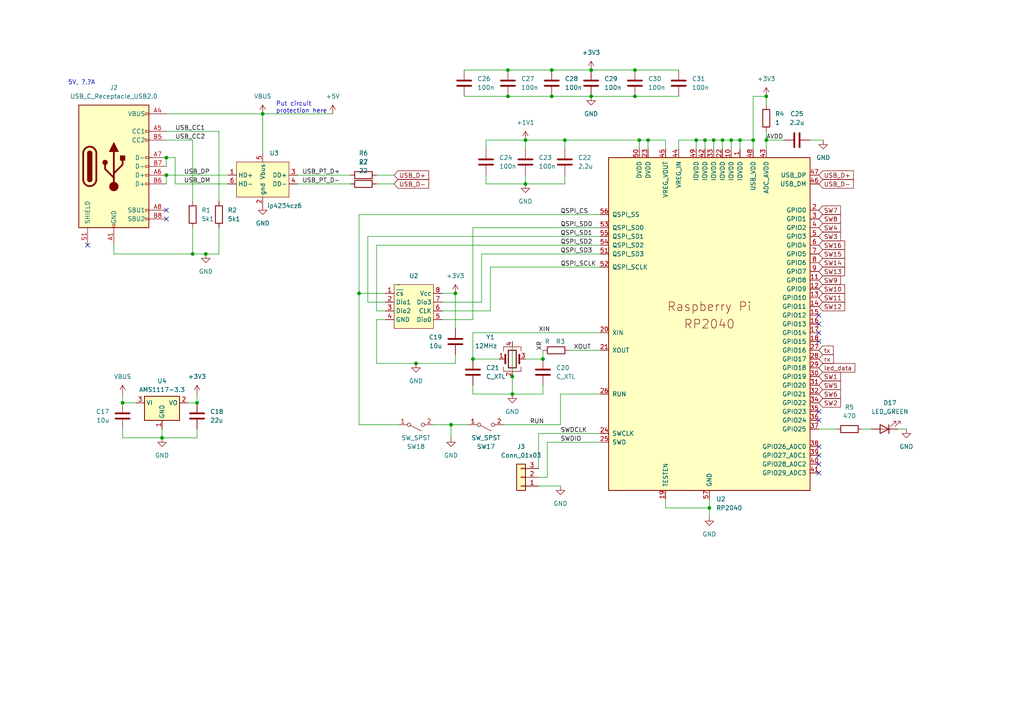
<source format=kicad_sch>
(kicad_sch (version 20230121) (generator eeschema)
  (paper "A4")
  (lib_symbols
    (symbol "Connector:USB_C_Receptacle_USB2.0" (pin_names (offset 1.016))
      (property "Reference" "J" (at -10.16 19.05 0))
      (property "Value" "USB_C_Receptacle_USB2.0" (at 19.05 19.05 0))
      (symbol "USB_C_Receptacle_USB2.0_0_0"
        (rectangle (start -0.254 -17.78) (end 0.254 -16.764))
        (rectangle (start 10.16 -14.986) (end 9.144 -15.494))
        (rectangle (start 10.16 -12.446) (end 9.144 -12.954))
        (rectangle (start 10.16 -4.826) (end 9.144 -5.334))
        (rectangle (start 10.16 -2.286) (end 9.144 -2.794))
        (rectangle (start 10.16 0.254) (end 9.144 -0.254))
        (rectangle (start 10.16 2.794) (end 9.144 2.286))
        (rectangle (start 10.16 7.874) (end 9.144 7.366))
        (rectangle (start 10.16 10.414) (end 9.144 9.906))
        (rectangle (start 10.16 15.494) (end 9.144 14.986))
      )
      (symbol "USB_C_Receptacle_USB2.0_0_1"
        (rectangle (start -10.16 17.78) (end 10.16 -17.78) (stroke (width 0.254)) (fill (type background)))
        (arc (start -8.89 -3.81) (mid -6.985 -5.7067) (end -5.08 -3.81) (stroke (width 0.508)))
        (arc (start -7.62 -3.81) (mid -6.985 -4.4423) (end -6.35 -3.81) (stroke (width 0.254)))
        (arc (start -7.62 -3.81) (mid -6.985 -4.4423) (end -6.35 -3.81) (stroke (width 0.254)) (fill (type outline)))
        (rectangle (start -7.62 -3.81) (end -6.35 3.81) (stroke (width 0.254)) (fill (type outline)))
        (arc (start -6.35 3.81) (mid -6.985 4.4423) (end -7.62 3.81) (stroke (width 0.254)))
        (arc (start -6.35 3.81) (mid -6.985 4.4423) (end -7.62 3.81) (stroke (width 0.254)) (fill (type outline)))
        (arc (start -5.08 3.81) (mid -6.985 5.7067) (end -8.89 3.81) (stroke (width 0.508)))
        (circle (center -2.54 1.143) (radius 0.635) (stroke (width 0.254)) (fill (type outline)))
        (circle (center 0 -5.842) (radius 1.27) (fill (type outline)))
        (polyline (pts (xy -8.89 -3.81) (xy -8.89 3.81)) (stroke (width 0.508)))
        (polyline (pts (xy -5.08 3.81) (xy -5.08 -3.81)) (stroke (width 0.508)))
        (polyline (pts (xy 0 -5.842) (xy 0 4.318)) (stroke (width 0.508)))
        (polyline (pts (xy 0 -3.302) (xy -2.54 -0.762) (xy -2.54 0.508)) (stroke (width 0.508)))
        (polyline (pts (xy 0 -2.032) (xy 2.54 0.508) (xy 2.54 1.778)) (stroke (width 0.508)))
        (polyline (pts (xy -1.27 4.318) (xy 0 6.858) (xy 1.27 4.318) (xy -1.27 4.318)) (stroke (width 0.254)) (fill (type outline)))
        (rectangle (start 1.905 1.778) (end 3.175 3.048) (stroke (width 0.254)) (fill (type outline)))
      )
      (symbol "USB_C_Receptacle_USB2.0_1_1"
        (pin passive line (at 0 -22.86 90) (length 5.08) (name "GND") (number "A1"))
        (pin passive line (at 0 -22.86 90) (length 5.08) hide (name "GND") (number "A12"))
        (pin passive line (at 15.24 15.24 180) (length 5.08) (name "VBUS") (number "A4"))
        (pin bidirectional line (at 15.24 10.16 180) (length 5.08) (name "CC1") (number "A5"))
        (pin bidirectional line (at 15.24 -2.54 180) (length 5.08) (name "D+") (number "A6"))
        (pin bidirectional line (at 15.24 2.54 180) (length 5.08) (name "D-") (number "A7"))
        (pin bidirectional line (at 15.24 -12.7 180) (length 5.08) (name "SBU1") (number "A8"))
        (pin passive line (at 15.24 15.24 180) (length 5.08) hide (name "VBUS") (number "A9"))
        (pin passive line (at 0 -22.86 90) (length 5.08) hide (name "GND") (number "B1"))
        (pin passive line (at 0 -22.86 90) (length 5.08) hide (name "GND") (number "B12"))
        (pin passive line (at 15.24 15.24 180) (length 5.08) hide (name "VBUS") (number "B4"))
        (pin bidirectional line (at 15.24 7.62 180) (length 5.08) (name "CC2") (number "B5"))
        (pin bidirectional line (at 15.24 -5.08 180) (length 5.08) (name "D+") (number "B6"))
        (pin bidirectional line (at 15.24 0 180) (length 5.08) (name "D-") (number "B7"))
        (pin bidirectional line (at 15.24 -15.24 180) (length 5.08) (name "SBU2") (number "B8"))
        (pin passive line (at 15.24 15.24 180) (length 5.08) hide (name "VBUS") (number "B9"))
        (pin passive line (at -7.62 -22.86 90) (length 5.08) (name "SHIELD") (number "S1"))
      )
    )
    (symbol "Connector_Generic:Conn_01x03" (pin_names (offset 1.016) hide)
      (property "Reference" "J" (at 0 5.08 0))
      (property "Value" "Conn_01x03" (at 0 -5.08 0))
      (symbol "Conn_01x03_1_1"
        (rectangle (start -1.27 -2.413) (end 0 -2.667) (stroke (width 0.1524)))
        (rectangle (start -1.27 0.127) (end 0 -0.127) (stroke (width 0.1524)))
        (rectangle (start -1.27 2.667) (end 0 2.413) (stroke (width 0.1524)))
        (rectangle (start -1.27 3.81) (end 1.27 -3.81) (stroke (width 0.254)) (fill (type background)))
        (pin passive line (at -5.08 2.54 0) (length 3.81) (name "Pin_1") (number "1"))
        (pin passive line (at -5.08 0 0) (length 3.81) (name "Pin_2") (number "2"))
        (pin passive line (at -5.08 -2.54 0) (length 3.81) (name "Pin_3") (number "3"))
      )
    )
    (symbol "Device:C" (pin_numbers hide) (pin_names (offset 0.254))
      (property "Reference" "C" (at 0.635 2.54 0))
      (property "Value" "C" (at 0.635 -2.54 0))
      (symbol "C_0_1"
        (polyline (pts (xy -2.032 -0.762) (xy 2.032 -0.762)) (stroke (width 0.508)))
        (polyline (pts (xy -2.032 0.762) (xy 2.032 0.762)) (stroke (width 0.508)))
      )
      (symbol "C_1_1"
        (pin passive line (at 0 3.81 270) (length 2.794) (name "~") (number "1"))
        (pin passive line (at 0 -3.81 90) (length 2.794) (name "~") (number "2"))
      )
    )
    (symbol "Device:Crystal_GND24" (pin_names (offset 1.016) hide)
      (property "Reference" "Y" (at 3.175 5.08 0))
      (property "Value" "Crystal_GND24" (at 3.175 3.175 0))
      (symbol "Crystal_GND24_0_1"
        (rectangle (start -1.143 2.54) (end 1.143 -2.54) (stroke (width 0.3048)))
        (polyline (pts (xy -2.54 0) (xy -2.032 0)))
        (polyline (pts (xy -2.032 -1.27) (xy -2.032 1.27)) (stroke (width 0.508)))
        (polyline (pts (xy 0 -3.81) (xy 0 -3.556)))
        (polyline (pts (xy 0 3.556) (xy 0 3.81)))
        (polyline (pts (xy 2.032 -1.27) (xy 2.032 1.27)) (stroke (width 0.508)))
        (polyline (pts (xy 2.032 0) (xy 2.54 0)))
        (polyline (pts (xy -2.54 -2.286) (xy -2.54 -3.556) (xy 2.54 -3.556) (xy 2.54 -2.286)))
        (polyline (pts (xy -2.54 2.286) (xy -2.54 3.556) (xy 2.54 3.556) (xy 2.54 2.286)))
      )
      (symbol "Crystal_GND24_1_1"
        (pin passive line (at -3.81 0 0) (length 1.27) (name "1") (number "1"))
        (pin passive line (at 0 5.08 270) (length 1.27) (name "2") (number "2"))
        (pin passive line (at 3.81 0 180) (length 1.27) (name "3") (number "3"))
        (pin passive line (at 0 -5.08 90) (length 1.27) (name "4") (number "4"))
      )
    )
    (symbol "Device:LED" (pin_numbers hide) (pin_names (offset 1.016) hide)
      (property "Reference" "D" (at 0 2.54 0))
      (property "Value" "LED" (at 0 -2.54 0))
      (symbol "LED_0_1"
        (polyline (pts (xy -1.27 -1.27) (xy -1.27 1.27)) (stroke (width 0.254)))
        (polyline (pts (xy -1.27 0) (xy 1.27 0)))
        (polyline (pts (xy 1.27 -1.27) (xy 1.27 1.27) (xy -1.27 0) (xy 1.27 -1.27)) (stroke (width 0.254)))
        (polyline (pts (xy -3.048 -0.762) (xy -4.572 -2.286) (xy -3.81 -2.286) (xy -4.572 -2.286) (xy -4.572 -1.524)))
        (polyline (pts (xy -1.778 -0.762) (xy -3.302 -2.286) (xy -2.54 -2.286) (xy -3.302 -2.286) (xy -3.302 -1.524)))
      )
      (symbol "LED_1_1"
        (pin passive line (at -3.81 0 0) (length 2.54) (name "K") (number "1"))
        (pin passive line (at 3.81 0 180) (length 2.54) (name "A") (number "2"))
      )
    )
    (symbol "Device:R" (pin_numbers hide) (pin_names (offset 0))
      (property "Reference" "R" (at 2.032 0 90))
      (property "Value" "R" (at 0 0 90))
      (symbol "R_0_1"
        (rectangle (start -1.016 -2.54) (end 1.016 2.54) (stroke (width 0.254)))
      )
      (symbol "R_1_1"
        (pin passive line (at 0 3.81 270) (length 1.27) (name "~") (number "1"))
        (pin passive line (at 0 -3.81 90) (length 1.27) (name "~") (number "2"))
      )
    )
    (symbol "MCU_RaspberryPi_and_Boards:256-W25Q16JVUXIQTRCT"
      (property "Reference" "U" (at 0 7.62 0))
      (symbol "256-W25Q16JVUXIQTRCT_1_1"
        (rectangle (start -5.08 6.35) (end 6.35 -6.35) (fill (type background)))
        (pin power_in line (at -7.62 3.81 0) (length 2.54) (name "~{cs}") (number "1"))
        (pin power_in line (at -7.62 1.27 0) (length 2.54) (name "Dio1") (number "2"))
        (pin power_in line (at -7.62 -1.27 0) (length 2.54) (name "Dio2") (number "3"))
        (pin power_in line (at -7.62 -3.81 0) (length 2.54) (name "GND") (number "4"))
        (pin power_in line (at 8.89 -3.81 180) (length 2.54) (name "Dio0") (number "5"))
        (pin power_in line (at 8.89 -1.27 180) (length 2.54) (name "CLK") (number "6"))
        (pin power_in line (at 8.89 1.27 180) (length 2.54) (name "Dio3") (number "7"))
        (pin power_in line (at 8.89 3.81 180) (length 2.54) (name "Vcc") (number "8"))
      )
    )
    (symbol "MCU_RaspberryPi_and_Boards:RP2040" (pin_names (offset 1.016))
      (property "Reference" "U" (at -29.21 49.53 0))
      (property "Value" "RP2040" (at 24.13 -49.53 0))
      (symbol "RP2040_0_0"
        (text "Raspberry Pi" (at 0 5.08 0) (effects (font (size 2.54 2.54))))
        (text "RP2040" (at 0 0 0) (effects (font (size 2.54 2.54))))
      )
      (symbol "RP2040_0_1"
        (rectangle (start 29.21 48.26) (end -29.21 -48.26) (stroke (width 0.254)) (fill (type background)))
      )
      (symbol "RP2040_1_1"
        (pin power_in line (at 8.89 50.8 270) (length 2.54) (name "IOVDD") (number "1"))
        (pin power_in line (at 6.35 50.8 270) (length 2.54) (name "IOVDD") (number "10"))
        (pin bidirectional line (at 31.75 12.7 180) (length 2.54) (name "GPIO8") (number "11"))
        (pin bidirectional line (at 31.75 10.16 180) (length 2.54) (name "GPIO9") (number "12"))
        (pin bidirectional line (at 31.75 7.62 180) (length 2.54) (name "GPIO10") (number "13"))
        (pin bidirectional line (at 31.75 5.08 180) (length 2.54) (name "GPIO11") (number "14"))
        (pin bidirectional line (at 31.75 2.54 180) (length 2.54) (name "GPIO12") (number "15"))
        (pin bidirectional line (at 31.75 0 180) (length 2.54) (name "GPIO13") (number "16"))
        (pin bidirectional line (at 31.75 -2.54 180) (length 2.54) (name "GPIO14") (number "17"))
        (pin bidirectional line (at 31.75 -5.08 180) (length 2.54) (name "GPIO15") (number "18"))
        (pin passive line (at -12.7 -50.8 90) (length 2.54) (name "TESTEN") (number "19"))
        (pin bidirectional line (at 31.75 33.02 180) (length 2.54) (name "GPIO0") (number "2"))
        (pin input line (at -31.75 -2.54 0) (length 2.54) (name "XIN") (number "20"))
        (pin passive line (at -31.75 -7.62 0) (length 2.54) (name "XOUT") (number "21"))
        (pin power_in line (at 3.81 50.8 270) (length 2.54) (name "IOVDD") (number "22"))
        (pin power_in line (at -17.78 50.8 270) (length 2.54) (name "DVDD") (number "23"))
        (pin output line (at -31.75 -31.75 0) (length 2.54) (name "SWCLK") (number "24"))
        (pin bidirectional line (at -31.75 -34.29 0) (length 2.54) (name "SWD") (number "25"))
        (pin input line (at -31.75 -20.32 0) (length 2.54) (name "RUN") (number "26"))
        (pin bidirectional line (at 31.75 -7.62 180) (length 2.54) (name "GPIO16") (number "27"))
        (pin bidirectional line (at 31.75 -10.16 180) (length 2.54) (name "GPIO17") (number "28"))
        (pin bidirectional line (at 31.75 -12.7 180) (length 2.54) (name "GPIO18") (number "29"))
        (pin bidirectional line (at 31.75 30.48 180) (length 2.54) (name "GPIO1") (number "3"))
        (pin bidirectional line (at 31.75 -15.24 180) (length 2.54) (name "GPIO19") (number "30"))
        (pin bidirectional line (at 31.75 -17.78 180) (length 2.54) (name "GPIO20") (number "31"))
        (pin bidirectional line (at 31.75 -20.32 180) (length 2.54) (name "GPIO21") (number "32"))
        (pin power_in line (at 1.27 50.8 270) (length 2.54) (name "IOVDD") (number "33"))
        (pin bidirectional line (at 31.75 -22.86 180) (length 2.54) (name "GPIO22") (number "34"))
        (pin bidirectional line (at 31.75 -25.4 180) (length 2.54) (name "GPIO23") (number "35"))
        (pin bidirectional line (at 31.75 -27.94 180) (length 2.54) (name "GPIO24") (number "36"))
        (pin bidirectional line (at 31.75 -30.48 180) (length 2.54) (name "GPIO25") (number "37"))
        (pin bidirectional line (at 31.75 -35.56 180) (length 2.54) (name "GPIO26_ADC0") (number "38"))
        (pin bidirectional line (at 31.75 -38.1 180) (length 2.54) (name "GPIO27_ADC1") (number "39"))
        (pin bidirectional line (at 31.75 27.94 180) (length 2.54) (name "GPIO2") (number "4"))
        (pin bidirectional line (at 31.75 -40.64 180) (length 2.54) (name "GPIO28_ADC2") (number "40"))
        (pin bidirectional line (at 31.75 -43.18 180) (length 2.54) (name "GPIO29_ADC3") (number "41"))
        (pin power_in line (at -1.27 50.8 270) (length 2.54) (name "IOVDD") (number "42"))
        (pin power_in line (at 16.51 50.8 270) (length 2.54) (name "ADC_AVDD") (number "43"))
        (pin power_in line (at -8.89 50.8 270) (length 2.54) (name "VREG_IN") (number "44"))
        (pin power_out line (at -12.7 50.8 270) (length 2.54) (name "VREG_VOUT") (number "45"))
        (pin bidirectional line (at 31.75 40.64 180) (length 2.54) (name "USB_DM") (number "46"))
        (pin bidirectional line (at 31.75 43.18 180) (length 2.54) (name "USB_DP") (number "47"))
        (pin power_in line (at 12.7 50.8 270) (length 2.54) (name "USB_VDD") (number "48"))
        (pin power_in line (at -3.81 50.8 270) (length 2.54) (name "IOVDD") (number "49"))
        (pin bidirectional line (at 31.75 25.4 180) (length 2.54) (name "GPIO3") (number "5"))
        (pin power_in line (at -20.32 50.8 270) (length 2.54) (name "DVDD") (number "50"))
        (pin bidirectional line (at -31.75 20.32 0) (length 2.54) (name "QSPI_SD3") (number "51"))
        (pin output line (at -31.75 16.51 0) (length 2.54) (name "QSPI_SCLK") (number "52"))
        (pin bidirectional line (at -31.75 27.94 0) (length 2.54) (name "QSPI_SD0") (number "53"))
        (pin bidirectional line (at -31.75 22.86 0) (length 2.54) (name "QSPI_SD2") (number "54"))
        (pin bidirectional line (at -31.75 25.4 0) (length 2.54) (name "QSPI_SD1") (number "55"))
        (pin bidirectional line (at -31.75 31.75 0) (length 2.54) (name "QSPI_SS") (number "56"))
        (pin power_in line (at 0 -50.8 90) (length 2.54) (name "GND") (number "57"))
        (pin bidirectional line (at 31.75 22.86 180) (length 2.54) (name "GPIO4") (number "6"))
        (pin bidirectional line (at 31.75 20.32 180) (length 2.54) (name "GPIO5") (number "7"))
        (pin bidirectional line (at 31.75 17.78 180) (length 2.54) (name "GPIO6") (number "8"))
        (pin bidirectional line (at 31.75 15.24 180) (length 2.54) (name "GPIO7") (number "9"))
      )
    )
    (symbol "Regulator_Linear:AMS1117-3.3"
      (property "Reference" "U" (at -3.81 3.175 0))
      (property "Value" "AMS1117-3.3" (at 0 3.175 0))
      (symbol "AMS1117-3.3_0_1"
        (rectangle (start -5.08 -5.08) (end 5.08 1.905) (stroke (width 0.254)) (fill (type background)))
      )
      (symbol "AMS1117-3.3_1_1"
        (pin power_in line (at 0 -7.62 90) (length 2.54) (name "GND") (number "1"))
        (pin power_out line (at 7.62 0 180) (length 2.54) (name "VO") (number "2"))
        (pin power_in line (at -7.62 0 0) (length 2.54) (name "VI") (number "3"))
      )
    )
    (symbol "Switch:SW_SPST" (pin_names (offset 0) hide)
      (property "Reference" "SW" (at 0 3.175 0))
      (property "Value" "SW_SPST" (at 0 -2.54 0))
      (symbol "SW_SPST_0_0"
        (circle (center -2.032 0) (radius 0.508))
        (polyline (pts (xy -1.524 0.254) (xy 1.524 1.778)))
        (circle (center 2.032 0) (radius 0.508))
      )
      (symbol "SW_SPST_1_1"
        (pin passive line (at -5.08 0 0) (length 2.54) (name "A") (number "1"))
        (pin passive line (at 5.08 0 180) (length 2.54) (name "B") (number "2"))
      )
    )
    (symbol "power:+1V1" (power) (pin_names (offset 0))
      (property "Value" "+1V1" (at 0 3.556 0))
      (symbol "+1V1_0_1"
        (polyline (pts (xy -0.762 1.27) (xy 0 2.54)))
        (polyline (pts (xy 0 0) (xy 0 2.54)))
        (polyline (pts (xy 0 2.54) (xy 0.762 1.27)))
      )
      (symbol "+1V1_1_1"
        (pin power_in line (at 0 0 90) (length 0) hide (name "+1V1") (number "1"))
      )
    )
    (symbol "power:+3V3" (power) (pin_names (offset 0))
      (property "Value" "+3V3" (at 0 3.556 0))
      (symbol "+3V3_0_1"
        (polyline (pts (xy -0.762 1.27) (xy 0 2.54)))
        (polyline (pts (xy 0 0) (xy 0 2.54)))
        (polyline (pts (xy 0 2.54) (xy 0.762 1.27)))
      )
      (symbol "+3V3_1_1"
        (pin power_in line (at 0 0 90) (length 0) hide (name "+3V3") (number "1"))
      )
    )
    (symbol "power:+5V" (power) (pin_names (offset 0))
      (property "Value" "+5V" (at 0 3.556 0))
      (symbol "+5V_0_1"
        (polyline (pts (xy -0.762 1.27) (xy 0 2.54)))
        (polyline (pts (xy 0 0) (xy 0 2.54)))
        (polyline (pts (xy 0 2.54) (xy 0.762 1.27)))
      )
      (symbol "+5V_1_1"
        (pin power_in line (at 0 0 90) (length 0) hide (name "+5V") (number "1"))
      )
    )
    (symbol "power:GND" (power) (pin_names (offset 0))
      (property "Value" "GND" (at 0 -3.81 0))
      (symbol "GND_0_1"
        (polyline (pts (xy 0 0) (xy 0 -1.27) (xy 1.27 -1.27) (xy 0 -2.54) (xy -1.27 -1.27) (xy 0 -1.27)))
      )
      (symbol "GND_1_1"
        (pin power_in line (at 0 0 270) (length 0) hide (name "GND") (number "1"))
      )
    )
    (symbol "power:VBUS" (power) (pin_names (offset 0))
      (property "Value" "VBUS" (at 0 3.81 0))
      (symbol "VBUS_0_1"
        (polyline (pts (xy -0.762 1.27) (xy 0 2.54)))
        (polyline (pts (xy 0 0) (xy 0 2.54)))
        (polyline (pts (xy 0 2.54) (xy 0.762 1.27)))
      )
      (symbol "VBUS_1_1"
        (pin power_in line (at 0 0 90) (length 0) hide (name "VBUS") (number "1"))
      )
    )
    (symbol "tvs:ip4234cz6"
      (property "Reference" "U" (at -6.35 6.35 0))
      (symbol "ip4234cz6_1_1"
        (rectangle (start -7.62 5.08) (end 7.62 -5.08) (fill (type background)))
        (pin input line (at -10.16 1.27 0) (length 2.54) (name "HD+") (number "1"))
        (pin input line (at 0 -7.62 90) (length 2.54) (name "gnd") (number "2"))
        (pin input line (at 10.16 1.27 180) (length 2.54) (name "DD+") (number "3"))
        (pin input line (at 10.16 -1.27 180) (length 2.54) (name "DD-") (number "4"))
        (pin input line (at 0 7.62 270) (length 2.54) (name "Vbus") (number "5"))
        (pin input line (at -10.16 -1.27 0) (length 2.54) (name "HD-") (number "6"))
      )
    )
  )
  (junction (at 55.88 73.66))
  (junction (at 209.55 40.64))
  (junction (at 205.74 147.32))
  (junction (at 57.15 116.84))
  (junction (at 187.96 40.64))
  (junction (at 76.2 33.02))
  (junction (at 184.15 20.32))
  (junction (at 207.01 40.64))
  (junction (at 137.16 104.14))
  (junction (at 148.59 109.22))
  (junction (at 147.32 27.94))
  (junction (at 148.59 114.3))
  (junction (at 104.14 85.09))
  (junction (at 212.09 40.64))
  (junction (at 120.65 105.41))
  (junction (at 48.26 50.8))
  (junction (at 35.56 116.84))
  (junction (at 147.32 20.32))
  (junction (at 218.44 40.64))
  (junction (at 59.69 73.66))
  (junction (at 163.83 40.64))
  (junction (at 157.48 104.14))
  (junction (at 185.42 40.64))
  (junction (at 160.02 20.32))
  (junction (at 222.25 40.64))
  (junction (at 201.93 40.64))
  (junction (at 48.26 45.72))
  (junction (at 130.81 123.19))
  (junction (at 171.45 20.32))
  (junction (at 204.47 40.64))
  (junction (at 222.25 27.94))
  (junction (at 152.4 53.34))
  (junction (at 152.4 40.64))
  (junction (at 132.08 85.09))
  (junction (at 46.99 127))
  (junction (at 184.15 27.94))
  (junction (at 214.63 40.64))
  (junction (at 171.45 27.94))
  (junction (at 160.02 27.94))
  (no_connect (at 237.49 96.52))
  (no_connect (at 237.49 119.38))
  (no_connect (at 237.49 121.92))
  (no_connect (at 237.49 134.62))
  (no_connect (at 237.49 132.08))
  (no_connect (at 48.26 63.5))
  (no_connect (at 237.49 91.44))
  (no_connect (at 25.4 71.12))
  (no_connect (at 237.49 99.06))
  (no_connect (at 237.49 93.98))
  (no_connect (at 48.26 60.96))
  (no_connect (at 237.49 129.54))
  (no_connect (at 237.49 137.16))
  (wire (pts (xy 35.56 114.3) (xy 35.56 116.84)))
  (wire (pts (xy 163.83 40.64) (xy 163.83 43.18)))
  (wire (pts (xy 171.45 27.94) (xy 184.15 27.94)))
  (wire (pts (xy 35.56 127) (xy 35.56 124.46)))
  (wire (pts (xy 214.63 40.64) (xy 218.44 40.64)))
  (wire (pts (xy 128.27 92.71) (xy 137.16 92.71)))
  (wire (pts (xy 187.96 43.18) (xy 187.96 40.64)))
  (wire (pts (xy 205.74 144.78) (xy 205.74 147.32)))
  (wire (pts (xy 109.22 105.41) (xy 120.65 105.41)))
  (wire (pts (xy 128.27 85.09) (xy 132.08 85.09)))
  (wire (pts (xy 184.15 20.32) (xy 196.85 20.32)))
  (wire (pts (xy 163.83 53.34) (xy 152.4 53.34)))
  (wire (pts (xy 120.65 105.41) (xy 132.08 105.41)))
  (wire (pts (xy 137.16 66.04) (xy 137.16 92.71)))
  (wire (pts (xy 132.08 85.09) (xy 132.08 95.25)))
  (wire (pts (xy 157.48 104.14) (xy 157.48 101.6)))
  (wire (pts (xy 33.02 73.66) (xy 55.88 73.66)))
  (wire (pts (xy 46.99 127) (xy 35.56 127)))
  (wire (pts (xy 158.75 128.27) (xy 158.75 138.43)))
  (wire (pts (xy 250.19 124.46) (xy 252.73 124.46)))
  (wire (pts (xy 160.02 20.32) (xy 171.45 20.32)))
  (wire (pts (xy 260.35 124.46) (xy 262.89 124.46)))
  (wire (pts (xy 148.59 114.3) (xy 157.48 114.3)))
  (wire (pts (xy 106.68 68.58) (xy 173.99 68.58)))
  (wire (pts (xy 76.2 33.02) (xy 76.2 44.45)))
  (wire (pts (xy 137.16 96.52) (xy 173.99 96.52)))
  (wire (pts (xy 204.47 40.64) (xy 207.01 40.64)))
  (wire (pts (xy 86.36 53.34) (xy 101.6 53.34)))
  (wire (pts (xy 86.36 50.8) (xy 101.6 50.8)))
  (wire (pts (xy 148.59 99.06) (xy 148.59 109.22)))
  (wire (pts (xy 204.47 40.64) (xy 204.47 43.18)))
  (wire (pts (xy 140.97 40.64) (xy 152.4 40.64)))
  (wire (pts (xy 156.21 140.97) (xy 162.56 140.97)))
  (wire (pts (xy 46.99 124.46) (xy 46.99 127)))
  (wire (pts (xy 111.76 87.63) (xy 106.68 87.63)))
  (wire (pts (xy 146.05 123.19) (xy 162.56 123.19)))
  (wire (pts (xy 193.04 144.78) (xy 193.04 147.32)))
  (wire (pts (xy 48.26 50.8) (xy 48.26 53.34)))
  (wire (pts (xy 158.75 138.43) (xy 156.21 138.43)))
  (wire (pts (xy 137.16 104.14) (xy 144.78 104.14)))
  (wire (pts (xy 173.99 125.73) (xy 156.21 125.73)))
  (wire (pts (xy 147.32 27.94) (xy 160.02 27.94)))
  (wire (pts (xy 165.1 101.6) (xy 173.99 101.6)))
  (wire (pts (xy 55.88 73.66) (xy 59.69 73.66)))
  (wire (pts (xy 109.22 53.34) (xy 114.3 53.34)))
  (wire (pts (xy 109.22 50.8) (xy 114.3 50.8)))
  (wire (pts (xy 57.15 114.3) (xy 57.15 116.84)))
  (wire (pts (xy 152.4 104.14) (xy 157.48 104.14)))
  (wire (pts (xy 132.08 105.41) (xy 132.08 102.87)))
  (wire (pts (xy 152.4 53.34) (xy 140.97 53.34)))
  (wire (pts (xy 135.89 123.19) (xy 130.81 123.19)))
  (wire (pts (xy 48.26 40.64) (xy 55.88 40.64)))
  (wire (pts (xy 157.48 114.3) (xy 157.48 111.76)))
  (wire (pts (xy 50.8 45.72) (xy 50.8 53.34)))
  (wire (pts (xy 106.68 87.63) (xy 106.68 68.58)))
  (wire (pts (xy 139.7 87.63) (xy 139.7 73.66)))
  (wire (pts (xy 237.49 124.46) (xy 242.57 124.46)))
  (wire (pts (xy 111.76 92.71) (xy 109.22 92.71)))
  (wire (pts (xy 152.4 40.64) (xy 152.4 43.18)))
  (wire (pts (xy 134.62 27.94) (xy 147.32 27.94)))
  (wire (pts (xy 134.62 20.32) (xy 147.32 20.32)))
  (wire (pts (xy 63.5 38.1) (xy 63.5 58.42)))
  (wire (pts (xy 104.14 62.23) (xy 104.14 85.09)))
  (wire (pts (xy 128.27 87.63) (xy 139.7 87.63)))
  (wire (pts (xy 185.42 40.64) (xy 187.96 40.64)))
  (wire (pts (xy 212.09 40.64) (xy 214.63 40.64)))
  (wire (pts (xy 104.14 85.09) (xy 111.76 85.09)))
  (wire (pts (xy 55.88 66.04) (xy 55.88 73.66)))
  (wire (pts (xy 196.85 40.64) (xy 201.93 40.64)))
  (wire (pts (xy 171.45 20.32) (xy 184.15 20.32)))
  (wire (pts (xy 128.27 90.17) (xy 142.24 90.17)))
  (wire (pts (xy 48.26 50.8) (xy 66.04 50.8)))
  (wire (pts (xy 139.7 73.66) (xy 173.99 73.66)))
  (wire (pts (xy 160.02 27.94) (xy 171.45 27.94)))
  (wire (pts (xy 212.09 40.64) (xy 212.09 43.18)))
  (wire (pts (xy 162.56 123.19) (xy 162.56 114.3)))
  (wire (pts (xy 57.15 116.84) (xy 54.61 116.84)))
  (wire (pts (xy 63.5 66.04) (xy 63.5 73.66)))
  (wire (pts (xy 48.26 33.02) (xy 76.2 33.02)))
  (wire (pts (xy 125.73 123.19) (xy 130.81 123.19)))
  (wire (pts (xy 33.02 71.12) (xy 33.02 73.66)))
  (wire (pts (xy 152.4 50.8) (xy 152.4 53.34)))
  (wire (pts (xy 184.15 27.94) (xy 196.85 27.94)))
  (wire (pts (xy 207.01 40.64) (xy 207.01 43.18)))
  (wire (pts (xy 222.25 40.64) (xy 227.33 40.64)))
  (wire (pts (xy 104.14 123.19) (xy 115.57 123.19)))
  (wire (pts (xy 137.16 66.04) (xy 173.99 66.04)))
  (wire (pts (xy 142.24 90.17) (xy 142.24 77.47)))
  (wire (pts (xy 162.56 114.3) (xy 173.99 114.3)))
  (wire (pts (xy 218.44 40.64) (xy 218.44 43.18)))
  (wire (pts (xy 152.4 40.64) (xy 163.83 40.64)))
  (wire (pts (xy 185.42 43.18) (xy 185.42 40.64)))
  (wire (pts (xy 57.15 124.46) (xy 57.15 127)))
  (wire (pts (xy 201.93 40.64) (xy 204.47 40.64)))
  (wire (pts (xy 156.21 125.73) (xy 156.21 135.89)))
  (wire (pts (xy 140.97 50.8) (xy 140.97 53.34)))
  (wire (pts (xy 130.81 123.19) (xy 130.81 127)))
  (wire (pts (xy 48.26 45.72) (xy 48.26 48.26)))
  (wire (pts (xy 137.16 114.3) (xy 148.59 114.3)))
  (wire (pts (xy 57.15 127) (xy 46.99 127)))
  (wire (pts (xy 214.63 40.64) (xy 214.63 43.18)))
  (wire (pts (xy 158.75 128.27) (xy 173.99 128.27)))
  (wire (pts (xy 205.74 149.86) (xy 205.74 147.32)))
  (wire (pts (xy 140.97 43.18) (xy 140.97 40.64)))
  (wire (pts (xy 137.16 104.14) (xy 137.16 96.52)))
  (wire (pts (xy 209.55 40.64) (xy 212.09 40.64)))
  (wire (pts (xy 201.93 43.18) (xy 201.93 40.64)))
  (wire (pts (xy 222.25 30.48) (xy 222.25 27.94)))
  (wire (pts (xy 196.85 43.18) (xy 196.85 40.64)))
  (wire (pts (xy 148.59 109.22) (xy 148.59 114.3)))
  (wire (pts (xy 59.69 73.66) (xy 63.5 73.66)))
  (wire (pts (xy 35.56 116.84) (xy 39.37 116.84)))
  (wire (pts (xy 222.25 38.1) (xy 222.25 40.64)))
  (wire (pts (xy 222.25 40.64) (xy 222.25 43.18)))
  (wire (pts (xy 193.04 40.64) (xy 193.04 43.18)))
  (wire (pts (xy 163.83 40.64) (xy 185.42 40.64)))
  (wire (pts (xy 55.88 40.64) (xy 55.88 58.42)))
  (wire (pts (xy 50.8 45.72) (xy 48.26 45.72)))
  (wire (pts (xy 111.76 90.17) (xy 109.22 90.17)))
  (wire (pts (xy 163.83 50.8) (xy 163.83 53.34)))
  (wire (pts (xy 76.2 33.02) (xy 96.52 33.02)))
  (wire (pts (xy 142.24 77.47) (xy 173.99 77.47)))
  (wire (pts (xy 218.44 27.94) (xy 218.44 40.64)))
  (wire (pts (xy 147.32 20.32) (xy 160.02 20.32)))
  (wire (pts (xy 104.14 85.09) (xy 104.14 123.19)))
  (wire (pts (xy 187.96 40.64) (xy 193.04 40.64)))
  (wire (pts (xy 109.22 71.12) (xy 173.99 71.12)))
  (wire (pts (xy 66.04 53.34) (xy 50.8 53.34)))
  (wire (pts (xy 109.22 90.17) (xy 109.22 71.12)))
  (wire (pts (xy 104.14 62.23) (xy 173.99 62.23)))
  (wire (pts (xy 109.22 92.71) (xy 109.22 105.41)))
  (wire (pts (xy 207.01 40.64) (xy 209.55 40.64)))
  (wire (pts (xy 222.25 27.94) (xy 218.44 27.94)))
  (wire (pts (xy 209.55 40.64) (xy 209.55 43.18)))
  (wire (pts (xy 48.26 38.1) (xy 63.5 38.1)))
  (wire (pts (xy 234.95 40.64) (xy 238.76 40.64)))
  (wire (pts (xy 193.04 147.32) (xy 205.74 147.32)))
  (wire (pts (xy 137.16 111.76) (xy 137.16 114.3)))
  (text "Put circuit\nprotection here" (at 80.01 33.02 0) (effects (font (size 1.27 1.27)) (justify left bottom)))
  (text "5V, ?.?A" (at 19.685 24.765 0) (effects (font (size 1.27 1.27)) (justify left bottom)))
  (label "XR" (at 157.48 101.6 90))
  (label "XOUT" (at 166.37 101.6 0))
  (label "USB_DP" (at 53.34 50.8 0))
  (label "AVDD" (at 222.25 40.64 0))
  (label "QSPI_SD1" (at 162.56 68.58 0))
  (label "SWDCLK" (at 162.56 125.73 0))
  (label "SWDIO" (at 162.56 128.27 0))
  (label "USB_PT_D+" (at 87.63 50.8 0))
  (label "USB_PT_D-" (at 87.63 53.34 0))
  (label "XIN" (at 156.21 96.52 0))
  (label "QSPI_SD3" (at 162.56 73.66 0))
  (label "QSPI_CS" (at 162.56 62.23 0))
  (label "QSPI_SCLK" (at 162.56 77.47 0))
  (label "RUN" (at 153.67 123.19 0))
  (label "USB_CC1" (at 50.8 38.1 0))
  (label "QSPI_SD2" (at 162.56 71.12 0))
  (label "USB_CC2" (at 50.8 40.64 0))
  (label "USB_DM" (at 53.34 53.34 0))
  (label "QSPI_SD0" (at 162.56 66.04 0))
  (global_label "USB_D-" (shape input) (at 114.3 53.34 0) (property "Intersheetrefs" "${INTERSHEET_REFS}" (effects hide)))
  (global_label "SW13" (shape input) (at 237.49 78.74 0) (property "Intersheetrefs" "${INTERSHEET_REFS}" (effects hide)))
  (global_label "USB_D+" (shape input) (at 114.3 50.8 0) (property "Intersheetrefs" "${INTERSHEET_REFS}" (effects hide)))
  (global_label "USB_D+" (shape input) (at 237.49 50.8 0) (property "Intersheetrefs" "${INTERSHEET_REFS}" (effects hide)))
  (global_label "SW5" (shape input) (at 237.49 111.76 0) (property "Intersheetrefs" "${INTERSHEET_REFS}" (effects hide)))
  (global_label "SW7" (shape input) (at 237.49 60.96 0) (property "Intersheetrefs" "${INTERSHEET_REFS}" (effects hide)))
  (global_label "led_data" (shape input) (at 237.49 106.68 0) (property "Intersheetrefs" "${INTERSHEET_REFS}" (effects hide)))
  (global_label "tx" (shape input) (at 237.49 101.6 0) (property "Intersheetrefs" "${INTERSHEET_REFS}" (effects hide)))
  (global_label "SW14" (shape input) (at 237.49 76.2 0) (property "Intersheetrefs" "${INTERSHEET_REFS}" (effects hide)))
  (global_label "SW15" (shape input) (at 237.49 73.66 0) (property "Intersheetrefs" "${INTERSHEET_REFS}" (effects hide)))
  (global_label "SW8" (shape input) (at 237.49 63.5 0) (property "Intersheetrefs" "${INTERSHEET_REFS}" (effects hide)))
  (global_label "SW9" (shape input) (at 237.49 81.28 0) (property "Intersheetrefs" "${INTERSHEET_REFS}" (effects hide)))
  (global_label "SW10" (shape input) (at 237.49 83.82 0) (property "Intersheetrefs" "${INTERSHEET_REFS}" (effects hide)))
  (global_label "SW16" (shape input) (at 237.49 71.12 0) (property "Intersheetrefs" "${INTERSHEET_REFS}" (effects hide)))
  (global_label "rx" (shape input) (at 237.49 104.14 0) (property "Intersheetrefs" "${INTERSHEET_REFS}" (effects hide)))
  (global_label "SW1" (shape input) (at 237.49 109.22 0) (property "Intersheetrefs" "${INTERSHEET_REFS}" (effects hide)))
  (global_label "SW2" (shape input) (at 237.49 116.84 0) (property "Intersheetrefs" "${INTERSHEET_REFS}" (effects hide)))
  (global_label "SW3" (shape input) (at 237.49 68.58 0) (property "Intersheetrefs" "${INTERSHEET_REFS}" (effects hide)))
  (global_label "SW12" (shape input) (at 237.49 88.9 0) (property "Intersheetrefs" "${INTERSHEET_REFS}" (effects hide)))
  (global_label "SW11" (shape input) (at 237.49 86.36 0) (property "Intersheetrefs" "${INTERSHEET_REFS}" (effects hide)))
  (global_label "SW6" (shape input) (at 237.49 114.3 0) (property "Intersheetrefs" "${INTERSHEET_REFS}" (effects hide)))
  (global_label "USB_D-" (shape input) (at 237.49 53.34 0) (property "Intersheetrefs" "${INTERSHEET_REFS}" (effects hide)))
  (global_label "SW4" (shape input) (at 237.49 66.04 0) (property "Intersheetrefs" "${INTERSHEET_REFS}" (effects hide)))
  (symbol (lib_id "power:GND") (at 76.2 59.69 0) (unit 1)
    (property "Reference" "#PWR01" (effects hide))
    (property "Value" "GND" (at 76.2 64.77 0))
  )
  (symbol (lib_id "Connector:USB_C_Receptacle_USB2.0") (at 33.02 48.26 0) (unit 1)
    (property "Reference" "J2" (at 33.02 25.4 0))
    (property "Value" "USB_C_Receptacle_USB2.0" (at 33.02 27.94 0))
    (property "Footprint" "Connector_USB:USB_C_Receptacle_Palconn_UTC16-G" (effects hide))
    (property "Datasheet" "https://www.usb.org/sites/default/files/documents/usb_type-c.zip" (effects hide))
  )
  (symbol (lib_id "Switch:SW_SPST") (at 120.65 123.19 0) (mirror x) (unit 1)
    (property "Reference" "SW18" (at 120.65 129.54 0))
    (property "Value" "SW_SPST" (at 120.65 127 0))
    (property "Footprint" "Button_Switch_SMD:SW_Push_1P1T_NO_6x6mm_H9.5mm" (effects hide))
  )
  (symbol (lib_id "Device:Crystal_GND24") (at 148.59 104.14 0) (mirror x) (unit 1)
    (property "Reference" "Y1" (at 142.24 97.79 0))
    (property "Value" "12MHz" (at 140.97 100.33 0))
    (property "Footprint" "Crystal:Crystal_SMD_3225-4Pin_3.2x2.5mm" (effects hide))
  )
  (symbol (lib_id "Device:C") (at 171.45 24.13 0) (unit 1)
    (property "Reference" "C29" (at 175.26 22.86 0) (effects (justify left)))
    (property "Value" "100n" (at 175.26 25.4 0) (effects (justify left)))
    (property "Footprint" "Capacitor_SMD:C_0603_1608Metric" (effects hide))
    (property "DPN" "CL10B104KB8NNWC" (effects hide))
    (property "MPN" "1276-1935-1-ND" (effects hide))
  )
  (symbol (lib_id "power:VBUS") (at 35.56 114.3 0) (unit 1)
    (property "Reference" "#PWR04" (effects hide))
    (property "Value" "VBUS" (at 35.56 109.22 0))
  )
  (symbol (lib_id "Device:C") (at 157.48 107.95 0) (unit 1)
    (property "Reference" "C20" (at 161.29 106.68 0) (effects (justify left)))
    (property "Value" "C_XTL" (at 161.29 109.22 0) (effects (justify left)))
    (property "Footprint" "Capacitor_SMD:C_0603_1608Metric" (effects hide))
  )
  (symbol (lib_id "MCU_RaspberryPi_and_Boards:RP2040") (at 205.74 93.98 0) (unit 1)
    (property "Reference" "U2" (at 207.6959 144.78 0) (effects (justify left)))
    (property "Value" "RP2040" (at 207.6959 147.32 0) (effects (justify left)))
    (property "Footprint" "Package_DFN_QFN:QFN-56-1EP_7x7mm_P0.4mm_EP3.2x3.2mm_ThermalVias" (effects hide))
    (instances (project "buttons" (path "" (reference "U2") (unit 1)) (path "" (reference "U1") (unit 1))))
  )
  (symbol (lib_id "Connector_Generic:Conn_01x03") (at 151.13 138.43 180) (unit 1)
    (property "Reference" "J3" (at 151.13 129.54 0))
    (property "Value" "Conn_01x03" (at 151.13 132.08 0))
    (property "Footprint" "Connector_PinHeader_2.54mm:PinHeader_1x03_P2.54mm_Vertical" (effects hide))
  )
  (symbol (lib_id "Device:R") (at 246.38 124.46 90) (unit 1)
    (property "Reference" "R5" (at 246.38 118.11 90))
    (property "Value" "470" (at 246.38 120.65 90))
    (property "Footprint" "Resistor_SMD:R_0603_1608Metric" (effects hide))
  )
  (symbol (lib_id "Device:C") (at 152.4 46.99 0) (unit 1)
    (property "Reference" "C23" (at 156.21 45.72 0) (effects (justify left)))
    (property "Value" "100n" (at 156.21 48.26 0) (effects (justify left)))
    (property "Footprint" "Capacitor_SMD:C_0603_1608Metric" (effects hide))
    (property "DPN" "CL10B104KB8NNWC" (effects hide))
    (property "MPN" "1276-1935-1-ND" (effects hide))
  )
  (symbol (lib_id "power:GND") (at 205.74 149.86 0) (unit 1)
    (property "Reference" "#PWR010" (effects hide))
    (property "Value" "GND" (at 205.74 154.94 0))
  )
  (symbol (lib_id "power:GND") (at 46.99 127 0) (unit 1)
    (property "Reference" "#PWR06" (effects hide))
    (property "Value" "GND" (at 46.99 132.08 0))
  )
  (symbol (lib_id "Device:R") (at 222.25 34.29 0) (unit 1)
    (property "Reference" "R4" (at 224.79 33.02 0) (effects (justify left)))
    (property "Value" "1" (at 224.79 35.56 0) (effects (justify left)))
    (property "Footprint" "Resistor_SMD:R_0603_1608Metric" (effects hide))
  )
  (symbol (lib_id "power:GND") (at 162.56 140.97 0) (unit 1)
    (property "Reference" "#PWR011" (effects hide))
    (property "Value" "GND" (at 162.56 146.05 0))
  )
  (symbol (lib_id "power:+3V3") (at 222.25 27.94 0) (unit 1)
    (property "Reference" "#PWR016" (effects hide))
    (property "Value" "+3V3" (at 222.25 22.86 0))
  )
  (symbol (lib_id "Device:C") (at 137.16 107.95 0) (unit 1)
    (property "Reference" "C21" (at 140.97 106.68 0) (effects (justify left)))
    (property "Value" "C_XTL" (at 140.97 109.22 0) (effects (justify left)))
    (property "Footprint" "Capacitor_SMD:C_0603_1608Metric" (effects hide))
  )
  (symbol (lib_id "power:+3V3") (at 57.15 114.3 0) (unit 1)
    (property "Reference" "#PWR05" (effects hide))
    (property "Value" "+3V3" (at 57.15 109.22 0))
  )
  (symbol (lib_id "Device:C") (at 231.14 40.64 90) (unit 1)
    (property "Reference" "C25" (at 231.14 33.02 90))
    (property "Value" "2.2u" (at 231.14 35.56 90))
    (property "Footprint" "Capacitor_SMD:C_0603_1608Metric" (effects hide))
    (property "DPN" "CL10A225KP8NNNC" (effects hide))
    (property "MPN" "1276-1085-1-ND" (effects hide))
  )
  (symbol (lib_id "Device:R") (at 55.88 62.23 0) (unit 1)
    (property "Reference" "R1" (at 58.42 60.96 0) (effects (justify left)))
    (property "Value" "5k1" (at 58.42 63.5 0) (effects (justify left)))
    (property "Footprint" "Resistor_SMD:R_0603_1608Metric" (effects hide))
  )
  (symbol (lib_id "power:+3V3") (at 132.08 85.09 0) (unit 1)
    (property "Reference" "#PWR07" (effects hide))
    (property "Value" "+3V3" (at 132.08 80.01 0))
  )
  (symbol (lib_id "power:VBUS") (at 76.2 33.02 0) (unit 1)
    (property "Reference" "#PWR02" (effects hide))
    (property "Value" "VBUS" (at 76.2 27.94 0))
  )
  (symbol (lib_id "power:GND") (at 148.59 114.3 0) (unit 1)
    (property "Reference" "#PWR018" (effects hide))
    (property "Value" "GND" (at 148.59 119.38 0))
  )
  (symbol (lib_id "Device:C") (at 163.83 46.99 0) (unit 1)
    (property "Reference" "C22" (at 167.64 45.72 0) (effects (justify left)))
    (property "Value" "2.2u" (at 167.64 48.26 0) (effects (justify left)))
    (property "Footprint" "Capacitor_SMD:C_0603_1608Metric" (effects hide))
    (property "DPN" "CL10A225KP8NNNC" (effects hide))
    (property "MPN" "1276-1085-1-ND" (effects hide))
  )
  (symbol (lib_id "Device:R") (at 105.41 50.8 90) (unit 1)
    (property "Reference" "R6" (at 105.41 44.45 90))
    (property "Value" "22" (at 105.41 46.99 90))
    (property "Footprint" "Resistor_SMD:R_0603_1608Metric" (effects hide))
  )
  (symbol (lib_id "power:GND") (at 130.81 127 0) (unit 1)
    (property "Reference" "#PWR09" (effects hide))
    (property "Value" "GND" (at 130.81 132.08 0))
  )
  (symbol (lib_id "tvs:ip4234cz6") (at 76.2 52.07 0) (unit 1)
    (property "Reference" "U3" (at 78.1559 44.45 0) (effects (justify left)))
    (property "Value" "ip4234cz6" (at 82.55 59.69 0))
    (property "Footprint" "Package_SO:TSOP-6_1.65x3.05mm_P0.95mm" (effects hide))
    (property "DPN" "1727-4717-1-ND" (effects hide))
    (property "MPN" "IP4234CZ6,125" (effects hide))
  )
  (symbol (lib_id "power:GND") (at 171.45 27.94 0) (unit 1)
    (property "Reference" "#PWR014" (effects hide))
    (property "Value" "GND" (at 171.45 33.02 0))
  )
  (symbol (lib_id "power:GND") (at 59.69 73.66 0) (unit 1)
    (property "Reference" "#PWR03" (effects hide))
    (property "Value" "GND" (at 59.69 78.74 0))
  )
  (symbol (lib_id "Switch:SW_SPST") (at 140.97 123.19 0) (mirror x) (unit 1)
    (property "Reference" "SW17" (at 140.97 129.54 0))
    (property "Value" "SW_SPST" (at 140.97 127 0))
    (property "Footprint" "Button_Switch_SMD:SW_Push_1P1T_NO_6x6mm_H9.5mm" (effects hide))
  )
  (symbol (lib_id "Regulator_Linear:AMS1117-3.3") (at 46.99 116.84 0) (unit 1)
    (property "Reference" "U4" (at 46.99 110.49 0))
    (property "Value" "AMS1117-3.3" (at 46.99 113.03 0))
    (property "Footprint" "Package_TO_SOT_SMD:SOT-223-3_TabPin2" (effects hide))
    (property "Datasheet" "http://www.advanced-monolithic.com/pdf/ds1117.pdf" (effects hide))
  )
  (symbol (lib_id "Device:C") (at 160.02 24.13 0) (unit 1)
    (property "Reference" "C28" (at 163.83 22.86 0) (effects (justify left)))
    (property "Value" "100n" (at 163.83 25.4 0) (effects (justify left)))
    (property "Footprint" "Capacitor_SMD:C_0603_1608Metric" (effects hide))
    (property "DPN" "CL10B104KB8NNWC" (effects hide))
    (property "MPN" "1276-1935-1-ND" (effects hide))
  )
  (symbol (lib_id "power:+5V") (at 96.52 33.02 0) (unit 1)
    (property "Reference" "#PWR019" (effects hide))
    (property "Value" "+5V" (at 96.52 27.94 0))
  )
  (symbol (lib_id "Device:C") (at 184.15 24.13 0) (unit 1)
    (property "Reference" "C30" (at 187.96 22.86 0) (effects (justify left)))
    (property "Value" "100n" (at 187.96 25.4 0) (effects (justify left)))
    (property "Footprint" "Capacitor_SMD:C_0603_1608Metric" (effects hide))
    (property "DPN" "CL10B104KB8NNWC" (effects hide))
    (property "MPN" "1276-1935-1-ND" (effects hide))
  )
  (symbol (lib_id "Device:R") (at 63.5 62.23 0) (unit 1)
    (property "Reference" "R2" (at 66.04 60.96 0) (effects (justify left)))
    (property "Value" "5k1" (at 66.04 63.5 0) (effects (justify left)))
    (property "Footprint" "Resistor_SMD:R_0603_1608Metric" (effects hide))
  )
  (symbol (lib_id "Device:C") (at 132.08 99.06 0) (mirror y) (unit 1)
    (property "Reference" "C19" (at 128.27 97.79 0) (effects (justify left)))
    (property "Value" "10u" (at 128.27 100.33 0) (effects (justify left)))
    (property "Footprint" "Capacitor_SMD:C_0603_1608Metric" (effects hide))
    (property "DPN" "GMC10X5R106M10NT" (effects hide))
    (property "MPN" "4713-GMC10X5R106M10NTCT-ND" (effects hide))
  )
  (symbol (lib_id "MCU_RaspberryPi_and_Boards:256-W25Q16JVUXIQTRCT") (at 119.38 88.9 0) (unit 1)
    (property "Reference" "U2" (at 120.015 80.01 0))
    (property "Value" "~" (at 115.57 82.55 0))
    (property "Footprint" "raspi:8-UFDFN" (effects hide))
  )
  (symbol (lib_id "power:GND") (at 120.65 105.41 0) (unit 1)
    (property "Reference" "#PWR08" (effects hide))
    (property "Value" "GND" (at 120.65 110.49 0))
  )
  (symbol (lib_id "Device:C") (at 57.15 120.65 0) (unit 1)
    (property "Reference" "C18" (at 60.96 119.38 0) (effects (justify left)))
    (property "Value" "22u" (at 60.96 121.92 0) (effects (justify left)))
    (property "Footprint" "Capacitor_SMD:C_0603_1608Metric" (effects hide))
    (property "DPN" "CL10A226MP8NUNE" (effects hide))
    (property "MPN" "1276-1274-1-ND" (effects hide))
  )
  (symbol (lib_id "power:+1V1") (at 152.4 40.64 0) (unit 1)
    (property "Reference" "#PWR017" (effects hide))
    (property "Value" "+1V1" (at 152.4 35.56 0))
  )
  (symbol (lib_id "Device:C") (at 147.32 24.13 0) (unit 1)
    (property "Reference" "C27" (at 151.13 22.86 0) (effects (justify left)))
    (property "Value" "100n" (at 151.13 25.4 0) (effects (justify left)))
    (property "Footprint" "Capacitor_SMD:C_0603_1608Metric" (effects hide))
    (property "DPN" "CL10B104KB8NNWC" (effects hide))
    (property "MPN" "1276-1935-1-ND" (effects hide))
  )
  (symbol (lib_id "Device:R") (at 105.41 53.34 90) (unit 1)
    (property "Reference" "R7" (at 105.41 46.99 90))
    (property "Value" "22" (at 105.41 49.53 90))
    (property "Footprint" "Resistor_SMD:R_0603_1608Metric" (effects hide))
  )
  (symbol (lib_id "Device:C") (at 140.97 46.99 0) (unit 1)
    (property "Reference" "C24" (at 144.78 45.72 0) (effects (justify left)))
    (property "Value" "100n" (at 144.78 48.26 0) (effects (justify left)))
    (property "Footprint" "Capacitor_SMD:C_0603_1608Metric" (effects hide))
    (property "DPN" "CL10B104KB8NNWC" (effects hide))
    (property "MPN" "1276-1935-1-ND" (effects hide))
  )
  (symbol (lib_id "Device:LED") (at 256.54 124.46 180) (unit 1)
    (property "Reference" "D17" (at 258.1275 116.84 0))
    (property "Value" "LED_GREEN" (at 258.1275 119.38 0))
    (property "Footprint" "LED_SMD:LED_0603_1608Metric" (effects hide))
  )
  (symbol (lib_id "power:GND") (at 152.4 53.34 0) (unit 1)
    (property "Reference" "#PWR012" (effects hide))
    (property "Value" "GND" (at 152.4 58.42 0))
  )
  (symbol (lib_id "power:GND") (at 262.89 124.46 0) (unit 1)
    (property "Reference" "#PWR020" (effects hide))
    (property "Value" "GND" (at 262.89 129.54 0))
  )
  (symbol (lib_id "power:GND") (at 238.76 40.64 0) (unit 1)
    (property "Reference" "#PWR013" (effects hide))
    (property "Value" "GND" (at 238.76 45.72 0))
  )
  (symbol (lib_id "Device:C") (at 35.56 120.65 0) (mirror y) (unit 1)
    (property "Reference" "C17" (at 31.75 119.38 0) (effects (justify left)))
    (property "Value" "10u" (at 31.75 121.92 0) (effects (justify left)))
    (property "Footprint" "Capacitor_SMD:C_0603_1608Metric" (effects hide))
    (property "DPN" "GMC10X5R106M10NT" (effects hide))
    (property "MPN" "4713-GMC10X5R106M10NTCT-ND" (effects hide))
  )
  (symbol (lib_id "Device:C") (at 134.62 24.13 0) (unit 1)
    (property "Reference" "C26" (at 138.43 22.86 0) (effects (justify left)))
    (property "Value" "100n" (at 138.43 25.4 0) (effects (justify left)))
    (property "Footprint" "Capacitor_SMD:C_0603_1608Metric" (effects hide))
    (property "DPN" "CL10B104KB8NNWC" (effects hide))
    (property "MPN" "1276-1935-1-ND" (effects hide))
  )
  (symbol (lib_id "power:+3V3") (at 171.45 20.32 0) (unit 1)
    (property "Reference" "#PWR015" (effects hide))
    (property "Value" "+3V3" (at 171.45 15.24 0))
  )
  (symbol (lib_id "Device:C") (at 196.85 24.13 0) (unit 1)
    (property "Reference" "C31" (at 200.66 22.86 0) (effects (justify left)))
    (property "Value" "100n" (at 200.66 25.4 0) (effects (justify left)))
    (property "Footprint" "Capacitor_SMD:C_0603_1608Metric" (effects hide))
    (property "DPN" "CL10B104KB8NNWC" (effects hide))
    (property "MPN" "1276-1935-1-ND" (effects hide))
  )
  (symbol (lib_id "Device:R") (at 161.29 101.6 90) (mirror x) (unit 1)
    (property "Reference" "R3" (at 162.56 99.06 90))
    (property "Value" "R" (at 158.75 99.06 90))
    (property "Footprint" "Resistor_SMD:R_0603_1608Metric" (effects hide))
  )
)
</source>
